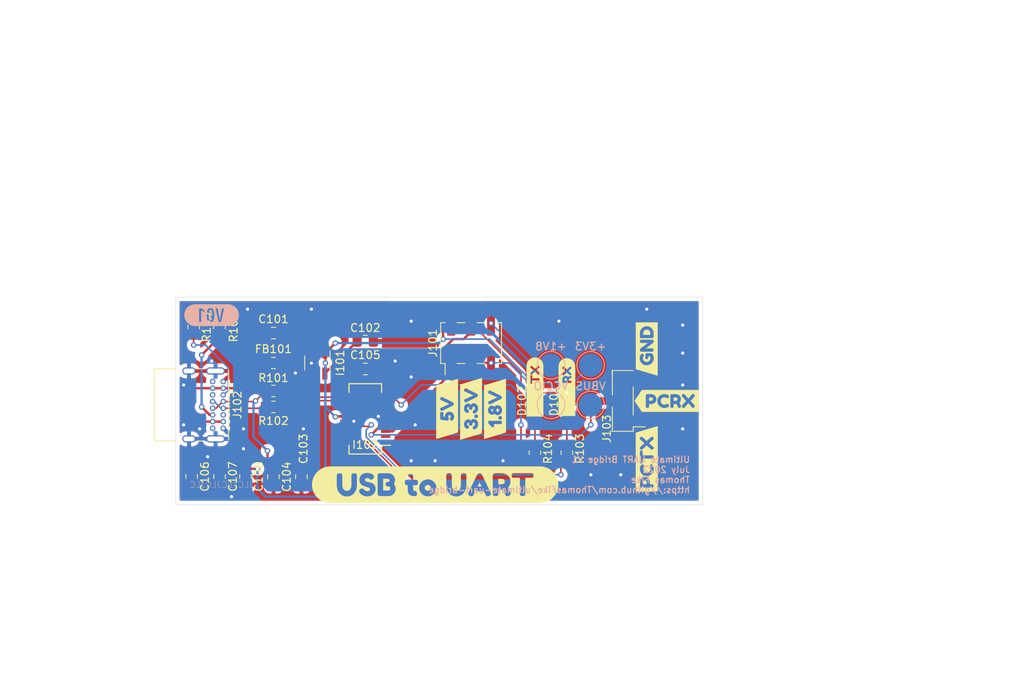
<source format=kicad_pcb>
(kicad_pcb (version 20211014) (generator pcbnew)
  (layers (0 "F.Cu" signal) (31 "B.Cu" signal) (34 "B.Paste" user) (35 "F.Paste" user) (36 "B.SilkS" user "B.Silkscreen") (37 "F.SilkS" user "F.Silkscreen") (38 "B.Mask" user) (39 "F.Mask" user) (44 "Edge.Cuts" user))
  (net 0 "")
  (net 1 "GND")
  (net 2 "VBUS")
  (net 3 "+1V8")
  (net 4 "Net-(C103-Pad1)")
  (net 5 "Net-(C104-Pad1)")
  (net 6 "+3V3")
  (net 7 "VCCIO")
  (net 8 "Net-(D101-Pad1)")
  (net 9 "Net-(D102-Pad1)")
  (net 10 "Net-(FB101-Pad2)")
  (net 12 "/PCTX")
  (net 15 "/RXLED#")
  (net 16 "/TXLED#")
  (net 21 "/PCRX")
  (net 24 "Net-(J102-PadA5)")
  (net 25 "USBD_N")
  (net 26 "USBD_P")
  (net 28 "Net-(J102-PadB5)")
  (footprint "Resistor_SMD:R_0805_2012Metric_Pad1.20x1.40mm_HandSolder" (layer "F.Cu") (at 101.854 71.374 -90)
    (fp_text reference "R105" (at 0 -1.65 90) (layer "F.SilkS"))
    (fp_text value "5.1k")
    (pad "1" smd roundrect (at -1 0 270) (size 1.2 1.4) (layers "F.Cu" "F.Paste" "F.Mask") (roundrect_rratio 0.2083333333) (net 1 "GND"))
    (pad "2" smd roundrect (at 1 0 270) (size 1.2 1.4) (layers "F.Cu" "F.Paste" "F.Mask") (roundrect_rratio 0.2083333333) (net 24 "Net-(J102-PadA5)"))
  )
  (footprint "Capacitor_SMD:C_0805_2012Metric_Pad1.18x1.45mm_HandSolder" (layer "F.Cu") (at 105.156 90.4025 -90)
    (fp_text reference "C107" (at 0 -1.68 90) (layer "F.SilkS"))
    (fp_text value "100nF")
    (pad "1" smd roundrect (at -1.0375 0 270) (size 1.175 1.45) (layers "F.Cu" "F.Paste" "F.Mask") (roundrect_rratio 0.2127659574) (net 2 "VBUS"))
    (pad "2" smd roundrect (at 1.0375 0 270) (size 1.175 1.45) (layers "F.Cu" "F.Paste" "F.Mask") (roundrect_rratio 0.2127659574) (net 1 "GND"))
  )
  (footprint "Capacitor_SMD:C_0805_2012Metric_Pad1.18x1.45mm_HandSolder" (layer "F.Cu") (at 115.57 90.424 -90)
    (fp_text reference "C103" (at -3.556 -0.254 90) (layer "F.SilkS"))
    (fp_text value "47pF")
    (pad "1" smd roundrect (at -1.0375 0 270) (size 1.175 1.45) (layers "F.Cu" "F.Paste" "F.Mask") (roundrect_rratio 0.2127659574) (net 4 "Net-(C103-Pad1)"))
    (pad "2" smd roundrect (at 1.0375 0 270) (size 1.175 1.45) (layers "F.Cu" "F.Paste" "F.Mask") (roundrect_rratio 0.2127659574) (net 1 "GND"))
  )
  (footprint "kibuzzard-62CBA429" (layer "F.Cu") (at 134.112 81.788 90)
    (fp_text reference "kibuzzard-62CBA429" hide)
    (fp_text value "G***" hide)
  )
  (footprint "Resistor_SMD:R_0805_2012Metric_Pad1.20x1.40mm_HandSolder" (layer "F.Cu") (at 145.288 87.376 -90)
    (fp_text reference "R104" (at -0.508 -1.65 90) (layer "F.SilkS"))
    (fp_text value "R")
    (pad "1" smd roundrect (at -1 0 270) (size 1.2 1.4) (layers "F.Cu" "F.Paste" "F.Mask") (roundrect_rratio 0.2083333333) (net 9 "Net-(D102-Pad1)"))
    (pad "2" smd roundrect (at 1 0 270) (size 1.2 1.4) (layers "F.Cu" "F.Paste" "F.Mask") (roundrect_rratio 0.2083333333) (net 16 "/TXLED#"))
  )
  (footprint "kibuzzard-62CBA409" (layer "F.Cu") (at 140.208 81.788 90)
    (fp_text reference "kibuzzard-62CBA409" hide)
    (fp_text value "G***" hide)
  )
  (footprint "kibuzzard-62CBA331" (layer "F.Cu") (at 145.288 78.994 90)
    (fp_text reference "kibuzzard-62CBA331" hide)
    (fp_text value "G***" hide)
  )
  (footprint "Inductor_SMD:L_0805_2012Metric_Pad1.15x1.40mm_HandSolder" (layer "F.Cu") (at 112.014 75.946 180)
    (fp_text reference "FB101" (at 0 1.778) (layer "F.SilkS"))
    (fp_text value "Ferrite_Bead_Small")
    (pad "1" smd roundrect (at -1.025 0 180) (size 1.15 1.4) (layers "F.Cu" "F.Paste" "F.Mask") (roundrect_rratio 0.2173913043) (net 2 "VBUS"))
    (pad "2" smd roundrect (at 1.025 0 180) (size 1.15 1.4) (layers "F.Cu" "F.Paste" "F.Mask") (roundrect_rratio 0.2173913043) (net 10 "Net-(FB101-Pad2)"))
  )
  (footprint "kibuzzard-62CBA130" (layer "F.Cu") (at 162.052 80.772)
    (fp_text reference "kibuzzard-62CBA130" hide)
    (fp_text value "G***" hide)
  )
  (footprint "Resistor_SMD:R_0805_2012Metric_Pad1.20x1.40mm_HandSolder" (layer "F.Cu") (at 112.014 79.502)
    (fp_text reference "R101" (at 0 -1.65) (layer "F.SilkS"))
    (fp_text value "27")
    (pad "1" smd roundrect (at -1 0) (size 1.2 1.4) (layers "F.Cu" "F.Paste" "F.Mask") (roundrect_rratio 0.2083333333) (net 5 "Net-(C104-Pad1)"))
    (pad "2" smd roundrect (at 1 0) (size 1.2 1.4) (layers "F.Cu" "F.Paste" "F.Mask") (roundrect_rratio 0.2083333333) (net 26 "USBD_P"))
  )
  (footprint "Capacitor_SMD:C_0805_2012Metric_Pad1.18x1.45mm_HandSolder" (layer "F.Cu") (at 112.014 90.424 -90)
    (fp_text reference "C104" (at 0 -1.68 90) (layer "F.SilkS"))
    (fp_text value "47pF")
    (pad "1" smd roundrect (at -1.0375 0 270) (size 1.175 1.45) (layers "F.Cu" "F.Paste" "F.Mask") (roundrect_rratio 0.2127659574) (net 5 "Net-(C104-Pad1)"))
    (pad "2" smd roundrect (at 1.0375 0 270) (size 1.175 1.45) (layers "F.Cu" "F.Paste" "F.Mask") (roundrect_rratio 0.2127659574) (net 1 "GND"))
  )
  (footprint "Capacitor_SMD:C_0805_2012Metric_Pad1.18x1.45mm_HandSolder" (layer "F.Cu") (at 123.698 73.152)
    (fp_text reference "C102" (at 0 -1.68) (layer "F.SilkS"))
    (fp_text value "1uF")
    (pad "1" smd roundrect (at -1.0375 0) (size 1.175 1.45) (layers "F.Cu" "F.Paste" "F.Mask") (roundrect_rratio 0.2127659574) (net 3 "+1V8"))
    (pad "2" smd roundrect (at 1.0375 0) (size 1.175 1.45) (layers "F.Cu" "F.Paste" "F.Mask") (roundrect_rratio 0.2127659574) (net 1 "GND"))
  )
  (footprint "Resistor_SMD:R_0805_2012Metric_Pad1.20x1.40mm_HandSolder" (layer "F.Cu") (at 149.352 87.376 -90)
    (fp_text reference "R103" (at -0.508 -1.65 90) (layer "F.SilkS"))
    (fp_text value "R")
    (pad "1" smd roundrect (at -1 0 270) (size 1.2 1.4) (layers "F.Cu" "F.Paste" "F.Mask") (roundrect_rratio 0.2083333333) (net 8 "Net-(D101-Pad1)"))
    (pad "2" smd roundrect (at 1 0 270) (size 1.2 1.4) (layers "F.Cu" "F.Paste" "F.Mask") (roundrect_rratio 0.2083333333) (net 15 "/RXLED#"))
  )
  (footprint "Capacitor_SMD:C_0805_2012Metric_Pad1.18x1.45mm_HandSolder" (layer "F.Cu") (at 112.014 72.136 180)
    (fp_text reference "C101" (at 0 1.778) (layer "F.SilkS"))
    (fp_text value "1uF")
    (pad "1" smd roundrect (at -1.0375 0 180) (size 1.175 1.45) (layers "F.Cu" "F.Paste" "F.Mask") (roundrect_rratio 0.2127659574) (net 2 "VBUS"))
    (pad "2" smd roundrect (at 1.0375 0 180) (size 1.175 1.45) (layers "F.Cu" "F.Paste" "F.Mask") (roundrect_rratio 0.2127659574) (net 1 "GND"))
  )
  (footprint "kibuzzard-62CBA051" (layer "F.Cu") (at 159.512 74.168 90)
    (fp_text reference "kibuzzard-62CBA051" hide)
    (fp_text value "G***" hide)
  )
  (footprint "LED_SMD:LED_0805_2012Metric_Pad1.15x1.40mm_HandSolder" (layer "F.Cu") (at 145.288 80.772 90)
    (fp_text reference "D102" (at 0 -1.65 90) (layer "F.SilkS"))
    (fp_text value "LED")
    (pad "1" smd roundrect (at -1.025 0 90) (size 1.15 1.4) (layers "F.Cu" "F.Paste" "F.Mask") (roundrect_rratio 0.2173913043) (net 9 "Net-(D102-Pad1)"))
    (pad "2" smd roundrect (at 1.025 0 90) (size 1.15 1.4) (layers "F.Cu" "F.Paste" "F.Mask") (roundrect_rratio 0.2173913043) (net 6 "+3V3"))
  )
  (footprint "Resistor_SMD:R_0805_2012Metric_Pad1.20x1.40mm_HandSolder" (layer "F.Cu") (at 112.014 81.534)
    (fp_text reference "R102" (at 0 1.778) (layer "F.SilkS"))
    (fp_text value "27")
    (pad "1" smd roundrect (at -1 0) (size 1.2 1.4) (layers "F.Cu" "F.Paste" "F.Mask") (roundrect_rratio 0.2083333333) (net 4 "Net-(C103-Pad1)"))
    (pad "2" smd roundrect (at 1 0) (size 1.2 1.4) (layers "F.Cu" "F.Paste" "F.Mask") (roundrect_rratio 0.2083333333) (net 25 "USBD_N"))
  )
  (footprint "Capacitor_SMD:C_0805_2012Metric_Pad1.18x1.45mm_HandSolder" (layer "F.Cu") (at 123.698 76.708 180)
    (fp_text reference "C105" (at 0 1.778) (layer "F.SilkS"))
    (fp_text value "100nF")
    (pad "1" smd roundrect (at -1.0375 0 180) (size 1.175 1.45) (layers "F.Cu" "F.Paste" "F.Mask") (roundrect_rratio 0.2127659574) (net 1 "GND"))
    (pad "2" smd roundrect (at 1.0375 0 180) (size 1.175 1.45) (layers "F.Cu" "F.Paste" "F.Mask") (roundrect_rratio 0.2127659574) (net 6 "+3V3"))
  )
  (footprint "kibuzzard-62CBA316" (layer "F.Cu") (at 149.352 78.994 90)
    (fp_text reference "kibuzzard-62CBA316" hide)
    (fp_text value "G***" hide)
  )
  (footprint "kibuzzard-62CBA40F" (layer "F.Cu") (at 137.16 81.788 90)
    (fp_text reference "kibuzzard-62CBA40F" hide)
    (fp_text value "G***" hide)
  )
  (footprint "Connector_PinHeader_2.54mm:PinHeader_2x03_P2.54mm_Vertical_SMD" (layer "F.Cu") (at 137.16 73.406 90)
    (fp_text reference "J101" (at 0 -4.87 90) (layer "F.SilkS"))
    (fp_text value "Conn_02x03_Row_Letter_First")
    (pad "1" smd rect (at -2.525 -2.54 90) (size 3.15 1) (layers "F.Cu" "F.Paste" "F.Mask") (net 7 "VCCIO"))
    (pad "2" smd rect (at 2.525 -2.54 90) (size 3.15 1) (layers "F.Cu" "F.Paste" "F.Mask") (net 2 "VBUS"))
    (pad "3" smd rect (at -2.525 0 90) (size 3.15 1) (layers "F.Cu" "F.Paste" "F.Mask") (net 7 "VCCIO"))
    (pad "4" smd rect (at 2.525 0 90) (size 3.15 1) (layers "F.Cu" "F.Paste" "F.Mask") (net 6 "+3V3"))
    (pad "5" smd rect (at -2.525 2.54 90) (size 3.15 1) (layers "F.Cu" "F.Paste" "F.Mask") (net 7 "VCCIO"))
    (pad "6" smd rect (at 2.525 2.54 90) (size 3.15 1) (layers "F.Cu" "F.Paste" "F.Mask") (net 3 "+1V8"))
  )
  (footprint "LED_SMD:LED_0805_2012Metric_Pad1.15x1.40mm_HandSolder" (layer "F.Cu") (at 149.352 80.772 90)
    (fp_text reference "D101" (at 0 -1.65 90) (layer "F.SilkS"))
    (fp_text value "LED")
    (pad "1" smd roundrect (at -1.025 0 90) (size 1.15 1.4) (layers "F.Cu" "F.Paste" "F.Mask") (roundrect_rratio 0.2173913043) (net 8 "Net-(D101-Pad1)"))
    (pad "2" smd roundrect (at 1.025 0 90) (size 1.15 1.4) (layers "F.Cu" "F.Paste" "F.Mask") (roundrect_rratio 0.2173913043) (net 6 "+3V3"))
  )
  (footprint "Package_TO_SOT_SMD:SOT-23-5_HandSoldering" (layer "F.Cu") (at 117.602 75.946 -90)
    (fp_text reference "I101" (at 0 -2.9 90) (layer "F.SilkS"))
    (fp_text value "MIC5317-1.8YM5-TR")
    (pad "1" smd rect (at -1.35 -0.95 270) (size 1.56 0.65) (layers "F.Cu" "F.Paste" "F.Mask") (net 2 "VBUS"))
    (pad "2" smd rect (at -1.35 0 270) (size 1.56 0.65) (layers "F.Cu" "F.Paste" "F.Mask") (net 1 "GND"))
    (pad "3" smd rect (at -1.35 0.95 270) (size 1.56 0.65) (layers "F.Cu" "F.Paste" "F.Mask") (net 2 "VBUS"))
    (pad "4" smd rect (at 1.35 0.95 270) (size 1.56 0.65) (layers "F.Cu" "F.Paste" "F.Mask"))
    (pad "5" smd rect (at 1.35 -0.95 270) (size 1.56 0.65) (layers "F.Cu" "F.Paste" "F.Mask") (net 3 "+1V8"))
  )
  (footprint "kibuzzard-62CBA9F2" (layer "F.Cu") (at 132.588 91.44)
    (fp_text reference "kibuzzard-62CBA9F2" hide)
    (fp_text value "G***" hide)
  )
  (footprint "Capacitor_SMD:C_0805_2012Metric_Pad1.18x1.45mm_HandSolder" (layer "F.Cu") (at 101.6 90.4025 -90)
    (fp_text reference "C106" (at 0 -1.68 90) (layer "F.SilkS"))
    (fp_text value "10nF")
    (pad "1" smd roundrect (at -1.0375 0 270) (size 1.175 1.45) (layers "F.Cu" "F.Paste" "F.Mask") (roundrect_rratio 0.2127659574) (net 2 "VBUS"))
    (pad "2" smd roundrect (at 1.0375 0 270) (size 1.175 1.45) (layers "F.Cu" "F.Paste" "F.Mask") (roundrect_rratio 0.2127659574) (net 1 "GND"))
  )
  (footprint "Connector_PinHeader_2.54mm:PinHeader_1x03_P2.54mm_Vertical_SMD_Pin1Left" (layer "F.Cu") (at 156.464 80.772 180)
    (fp_text reference "J103" (at 2.032 -3.556 270) (layer "F.SilkS"))
    (fp_text value "Conn_01x03")
    (pad "1" smd rect (at -1.655 -2.54 180) (size 2.51 1) (layers "F.Cu" "F.Paste" "F.Mask") (net 12 "/PCTX"))
    (pad "2" smd rect (at 1.655 0 180) (size 2.51 1) (layers "F.Cu" "F.Paste" "F.Mask") (net 21 "/PCRX"))
    (pad "3" smd rect (at -1.655 2.54 180) (size 2.51 1) (layers "F.Cu" "F.Paste" "F.Mask") (net 1 "GND"))
  )
  (footprint "Connector_USB:USB_C_Receptacle_GCT_USB4085" (layer "F.Cu") (at 105.625 78.305 -90)
    (fp_text reference "J102" (at 2.975 -1.8 90) (layer "F.SilkS"))
    (fp_text value "USB_C_Receptacle_USB2.0")
    (pad "A1" thru_hole circle (at 0 0 270) (size 0.7 0.7) (drill 0.4) (layers *.Cu *.Mask) (net 1 "GND"))
    (pad "A4" thru_hole circle (at 0.85 0 270) (size 0.7 0.7) (drill 0.4) (layers *.Cu *.Mask) (net 10 "Net-(FB101-Pad2)"))
    (pad "A5" thru_hole circle (at 1.7 0 270) (size 0.7 0.7) (drill 0.4) (layers *.Cu *.Mask) (net 24 "Net-(J102-PadA5)"))
    (pad "A6" thru_hole circle (at 2.55 0 270) (size 0.7 0.7) (drill 0.4) (layers *.Cu *.Mask) (net 5 "Net-(C104-Pad1)"))
    (pad "A7" thru_hole circle (at 3.4 0 270) (size 0.7 0.7) (drill 0.4) (layers *.Cu *.Mask) (net 4 "Net-(C103-Pad1)"))
    (pad "A8" thru_hole circle (at 4.25 0 270) (size 0.7 0.7) (drill 0.4) (layers *.Cu *.Mask))
    (pad "A9" thru_hole circle (at 5.1 0 270) (size 0.7 0.7) (drill 0.4) (layers *.Cu *.Mask) (net 10 "Net-(FB101-Pad2)"))
    (pad "A12" thru_hole circle (at 5.95 0 270) (size 0.7 0.7) (drill 0.4) (layers *.Cu *.Mask) (net 1 "GND"))
    (pad "B1" thru_hole circle (at 5.95 1.35 270) (size 0.7 0.7) (drill 0.4) (layers *.Cu *.Mask) (net 1 "GND"))
    (pad "B4" thru_hole circle (at 5.1 1.35 270) (size 0.7 0.7) (drill 0.4) (layers *.Cu *.Mask) (net 10 "Net-(FB101-Pad2)"))
    (pad "B5" thru_hole circle (at 4.25 1.35 270) (size 0.7 0.7) (drill 0.4) (layers *.Cu *.Mask) (net 28 "Net-(J102-PadB5)"))
    (pad "B6" thru_hole circle (at 3.4 1.35 270) (size 0.7 0.7) (drill 0.4) (layers *.Cu *.Mask) (net 5 "Net-(C104-Pad1)"))
    (pad "B7" thru_hole circle (at 2.55 1.35 270) (size 0.7 0.7) (drill 0.4) (layers *.Cu *.Mask) (net 4 "Net-(C103-Pad1)"))
    (pad "B8" thru_hole circle (at 1.7 1.35 270) (size 0.7 0.7) (drill 0.4) (layers *.Cu *.Mask))
    (pad "B9" thru_hole circle (at 0.85 1.35 270) (size 0.7 0.7) (drill 0.4) (layers *.Cu *.Mask) (net 10 "Net-(FB101-Pad2)"))
    (pad "B12" thru_hole circle (at 0 1.35 270) (size 0.7 0.7) (drill 0.4) (layers *.Cu *.Mask) (net 1 "GND"))
    (pad "S1" thru_hole oval (at 7.3 0.98 270) (size 0.9 2.4) (drill oval 0.6 2.1) (layers *.Cu *.Mask) (net 1 "GND"))
    (pad "S1" thru_hole oval (at -1.35 4.36 270) (size 0.9 1.7) (drill oval 0.6 1.4) (layers *.Cu *.Mask) (net 1 "GND"))
    (pad "S1" thru_hole oval (at -1.35 0.98 270) (size 0.9 2.4) (drill oval 0.6 2.1) (layers *.Cu *.Mask) (net 1 "GND"))
    (pad "S1" thru_hole oval (at 7.3 4.36 270) (size 0.9 1.7) (drill oval 0.6 1.4) (layers *.Cu *.Mask) (net 1 "GND"))
  )
  (footprint "kibuzzard-62CBA0C9" (layer "F.Cu") (at 159.512 88.138 90)
    (fp_text reference "kibuzzard-62CBA0C9" hide)
    (fp_text value "G***" hide)
  )
  (footprint "Resistor_SMD:R_0805_2012Metric_Pad1.20x1.40mm_HandSolder" (layer "F.Cu") (at 105.156 71.374 90)
    (fp_text reference "R106" (at 0 1.778 90) (layer "F.SilkS"))
    (fp_text value "5.1k")
    (pad "1" smd roundrect (at -1 0 90) (size 1.2 1.4) (layers "F.Cu" "F.Paste" "F.Mask") (roundrect_rratio 0.2083333333) (net 28 "Net-(J102-PadB5)"))
    (pad "2" smd roundrect (at 1 0 90) (size 1.2 1.4) (layers "F.Cu" "F.Paste" "F.Mask") (roundrect_rratio 0.2083333333) (net 1 "GND"))
  )
  (footprint "Capacitor_SMD:C_0805_2012Metric_Pad1.18x1.45mm_HandSolder" (layer "F.Cu") (at 108.458 90.4025 -90)
    (fp_text reference "C108" (at 0 -1.68 90) (layer "F.SilkS"))
    (fp_text value "4.7uF")
    (pad "1" smd roundrect (at -1.0375 0 270) (size 1.175 1.45) (layers "F.Cu" "F.Paste" "F.Mask") (roundrect_rratio 0.2127659574) (net 2 "VBUS"))
    (pad "2" smd roundrect (at 1.0375 0 270) (size 1.175 1.45) (layers "F.Cu" "F.Paste" "F.Mask") (roundrect_rratio 0.2127659574) (net 1 "GND"))
  )
  (footprint "Package_SO:SSOP-20_3.9x8.7mm_P0.635mm" (layer "F.Cu") (at 123.698 83.058 180)
    (fp_text reference "I102" (at 0 -3.302) (layer "F.SilkS"))
    (fp_text value "FT231XS")
    (pad "1" smd rect (at -2.6 -2.8575 180) (size 1.2 0.4) (layers "F.Cu" "F.Paste" "F.Mask"))
    (pad "2" smd rect (at -2.6 -2.2225 180) (size 1.2 0.4) (layers "F.Cu" "F.Paste" "F.Mask"))
    (pad "3" smd rect (at -2.6 -1.5875 180) (size 1.2 0.4) (layers "F.Cu" "F.Paste" "F.Mask") (net 7 "VCCIO"))
    (pad "4" smd rect (at -2.6 -0.9525 180) (size 1.2 0.4) (layers "F.Cu" "F.Paste" "F.Mask") (net 21 "/PCRX"))
    (pad "5" smd rect (at -2.6 -0.3175 180) (size 1.2 0.4) (layers "F.Cu" "F.Paste" "F.Mask"))
    (pad "6" smd rect (at -2.6 0.3175 180) (size 1.2 0.4) (layers "F.Cu" "F.Paste" "F.Mask") (net 1 "GND"))
    (pad "7" smd rect (at -2.6 0.9525 180) (size 1.2 0.4) (layers "F.Cu" "F.Paste" "F.Mask"))
    (pad "8" smd rect (at -2.6 1.5875 180) (size 1.2 0.4) (layers "F.Cu" "F.Paste" "F.Mask"))
    (pad "9" smd rect (at -2.6 2.2225 180) (size 1.2 0.4) (layers "F.Cu" "F.Paste" "F.Mask"))
    (pad "10" smd rect (at -2.6 2.8575 180) (size 1.2 0.4) (layers "F.Cu" "F.Paste" "F.Mask") (net 16 "/TXLED#"))
    (pad "11" smd rect (at 2.6 2.8575 180) (size 1.2 0.4) (layers "F.Cu" "F.Paste" "F.Mask") (net 26 "USBD_P"))
    (pad "12" smd rect (at 2.6 2.2225 180) (size 1.2 0.4) (layers "F.Cu" "F.Paste" "F.Mask") (net 25 "USBD_N"))
    (pad "13" smd rect (at 2.6 1.5875 180) (size 1.2 0.4) (layers "F.Cu" "F.Paste" "F.Mask") (net 6 "+3V3"))
    (pad "14" smd rect (at 2.6 0.9525 180) (size 1.2 0.4) (layers "F.Cu" "F.Paste" "F.Mask") (net 7 "VCCIO"))
    (pad "15" smd rect (at 2.6 0.3175 180) (size 1.2 0.4) (layers "F.Cu" "F.Paste" "F.Mask") (net 2 "VBUS"))
    (pad "16" smd rect (at 2.6 -0.3175 180) (size 1.2 0.4) (layers "F.Cu" "F.Paste" "F.Mask") (net 1 "GND"))
    (pad "17" smd rect (at 2.6 -0.9525 180) (size 1.2 0.4) (layers "F.Cu" "F.Paste" "F.Mask") (net 15 "/RXLED#"))
    (pad "18" smd rect (at 2.6 -1.5875 180) (size 1.2 0.4) (layers "F.Cu" "F.Paste" "F.Mask"))
    (pad "19" smd rect (at 2.6 -2.2225 180) (size 1.2 0.4) (layers "F.Cu" "F.Paste" "F.Mask"))
    (pad "20" smd rect (at 2.6 -2.8575 180) (size 1.2 0.4) (layers "F.Cu" "F.Paste" "F.Mask") (net 12 "/PCTX"))
  )
  (footprint "kibuzzard-62D45EE7" (layer "B.Cu") (at 104.14 69.85 180)
    (fp_text reference "kibuzzard-62D45EE7" hide)
    (fp_text value "G***" hide)
  )
  (footprint "TestPoint:TestPoint_Pad_D3.0mm" (layer "B.Cu") (at 147.32 76.23 180)
    (fp_text reference "+1V8" (at 0 2.398) (layer "B.SilkS") (effects (justify mirror)))
    (fp_text value "TestPoint")
    (pad "1" smd circle (at 0 0 180) (size 3 3) (layers "B.Cu" "B.Mask") (net 3 "+1V8"))
  )
  (footprint "TestPoint:TestPoint_Pad_D3.0mm" (layer "B.Cu") (at 152.37 81.28 180)
    (fp_text reference "VBUS" (at 0 2.398) (layer "B.SilkS") (effects (justify mirror)))
    (fp_text value "TestPoint")
    (pad "1" smd circle (at 0 0 180) (size 3 3) (layers "B.Cu" "B.Mask") (net 2 "VBUS"))
  )
  (footprint "TestPoint:TestPoint_Pad_D3.0mm" (layer "B.Cu") (at 152.37 76.23 180)
    (fp_text reference "+3V3" (at 0 2.398) (layer "B.SilkS") (effects (justify mirror)))
    (fp_text value "TestPoint")
    (pad "1" smd circle (at 0 0 180) (size 3 3) (layers "B.Cu" "B.Mask") (net 6 "+3V3"))
  )
  (footprint "TestPoint:TestPoint_Pad_D3.0mm" (layer "B.Cu") (at 147.32 81.28 180)
    (fp_text reference "VCCIO" (at 0 2.398) (layer "B.SilkS") (effects (justify mirror)))
    (fp_text value "TestPoint")
    (pad "1" smd circle (at 0 0 180) (size 3 3) (layers "B.Cu" "B.Mask") (net 7 "VCCIO"))
  )
  (gr_rect (start 99.568 93.98) (end 166.624 67.564) (layer "Edge.Cuts") (width 0.05) (fill none))
  (gr_text "Ultimate UART Bridge V1\nJuly 2022\nThomas Fike\nhttps://github.com/ThomasFike/ultimate-uart-bridge" (at 165.1 90.17) (layer "B.SilkS") (effects (font (size 0.8 0.8)) (justify left mirror)))
  (gr_text "JLCJLCJLCJLC" (at 105.41 91.44) (layer "B.SilkS") (effects (font (size 0.8 0.8) (thickness 0.05)) (justify mirror)))
  (segment (start 117.602 75.204498) (end 117.602 74.596) (width 0.2) (layer "F.Cu") (net 1))
  (segment (start 125.362252 82.7405) (end 126.298 82.7405) (width 0.2) (layer "F.Cu") (net 1))
  (segment (start 116.84 75.966498) (end 117.602 75.204498) (width 0.2) (layer "F.Cu") (net 1))
  (segment (start 122.247502 83.361) (end 121.1125 83.361) (width 0.2) (layer "F.Cu") (net 1))
  (segment (start 121.1125 83.361) (end 121.098 83.3755) (width 0.2) (layer "F.Cu") (net 1))
  (via (at 129.54 77.724) (size 0.7) (drill 0.4) (layers "F.Cu" "B.Cu") (net 1))
  (via (at 115.824 84.328) (size 0.7) (drill 0.4) (layers "F.Cu" "B.Cu") (net 1))
  (via (at 122.247502 83.361) (size 0.7) (drill 0.4) (layers "F.Cu" "B.Cu") (net 1))
  (via (at 100.584 83.82) (size 0.7) (drill 0.4) (layers "F.Cu" "B.Cu") (net 1))
  (via (at 102.616 84.328) (size 0.7) (drill 0.4) (layers "F.Cu" "B.Cu") (net 1))
  (via (at 125.362252 82.7405) (size 0.7) (drill 0.4) (layers "F.Cu" "B.Cu") (net 1))
  (via (at 164.084 78.74) (size 0.7) (drill 0.4) (layers "F.Cu" "B.Cu") (net 1))
  (via (at 116.84 69.088) (size 0.7) (drill 0.4) (layers "F.Cu" "B.Cu") (net 1))
  (via (at 100.584 78.74) (size 0.7) (drill 0.4) (layers "F.Cu" "B.Cu") (net 1))
  (via (at 156.21 90.17) (size 0.7) (drill 0.4) (layers "F.Cu" "B.Cu") (net 1))
  (via (at 152.4 90.17) (size 0.7) (drill 0.4) (layers "F.Cu" "B.Cu") (net 1))
  (via (at 127.508 75.692) (size 0.7) (drill 0.4) (layers "F.Cu" "B.Cu") (net 1))
  (via (at 164.084 71.12) (size 0.7) (drill 0.4) (layers "F.Cu" "B.Cu") (net 1))
  (via (at 108.712 69.088) (size 0.7) (drill 0.4) (layers "F.Cu" "B.Cu") (net 1))
  (via (at 141.224 88.392) (size 0.7) (drill 0.4) (layers "F.Cu" "B.Cu") (net 1))
  (via (at 108.204 84.328) (size 0.7) (drill 0.4) (layers "F.Cu" "B.Cu") (net 1))
  (via (at 159.512 69.088) (size 0.7) (drill 0.4) (layers "F.Cu" "B.Cu") (net 1))
  (via (at 130.048 83.82) (size 0.7) (drill 0.4) (layers "F.Cu" "B.Cu") (net 1))
  (via (at 148.336 70.612) (size 0.7) (drill 0.4) (layers "F.Cu" "B.Cu") (net 1))
  (via (at 104.14 75.692) (size 0.7) (drill 0.4) (layers "F.Cu" "B.Cu") (net 1))
  (via (at 103.632 87.884) (size 0.7) (drill 0.4) (layers "F.Cu" "B.Cu") (net 1))
  (via (at 108.204 86.868) (size 0.7) (drill 0.4) (layers "F.Cu" "B.Cu") (net 1))
  (via (at 164.084 74.676) (size 0.7) (drill 0.4) (layers "F.Cu" "B.Cu") (net 1))
  (via (at 129.54 70.612) (size 0.7) (drill 0.4) (layers "F.Cu" "B.Cu") (net 1))
  (via (at 116.84 75.966498) (size 0.7) (drill 0.4) (layers "F.Cu" "B.Cu") (net 1))
  (via (at 164.084 84.328) (size 0.7) (drill 0.4) (layers "F.Cu" "B.Cu") (net 1))
  (via (at 114.808 77.216) (size 0.7) (drill 0.4) (layers "F.Cu" "B.Cu") (net 1))
  (via (at 106.68 92.964) (size 0.7) (drill 0.4) (layers "F.Cu" "B.Cu") (net 1))
  (via (at 132.588 88.392) (size 0.7) (drill 0.4) (layers "F.Cu" "B.Cu") (net 1))
  (via (at 129.54 88.392) (size 0.7) (drill 0.4) (layers "F.Cu" "B.Cu") (net 1))
  (segment (start 113.039 75.946) (end 113.039 72.1485) (width 0.3) (layer "F.Cu") (net 2))
  (segment (start 119.9515 82.7405) (end 119.888 82.804) (width 0.3) (layer "F.Cu") (net 2))
  (segment (start 121.098 82.7405) (end 119.9515 82.7405) (width 0.3) (layer "F.Cu") (net 2))
  (segment (start 113.039 72.1485) (end 113.0515 72.136) (width 0.3) (layer "F.Cu") (net 2))
  (segment (start 115.5115 74.596) (end 116.652 74.596) (width 0.3) (layer "F.Cu") (net 2))
  (segment (start 118.618 74.662) (end 118.552 74.596) (width 0.3) (layer "F.Cu") (net 2))
  (segment (start 118.552 73.34) (end 118.552 74.596) (width 0.3) (layer "F.Cu") (net 2))
  (segment (start 101.6 89.365) (end 108.458 89.365) (width 0.3) (layer "F.Cu") (net 2))
  (segment (start 113.0515 72.136) (end 115.5115 74.596) (width 0.3) (layer "F.Cu") (net 2))
  (segment (start 118.618 75.946) (end 118.618 74.662) (width 0.3) (layer "F.Cu") (net 2))
  (segment (start 116.652 73.516) (end 117.27 72.898) (width 0.3) (layer "F.Cu") (net 2))
  (segment (start 109.982 89.408) (end 108.501 89.408) (width 0.3) (layer "F.Cu") (net 2))
  (segment (start 133.604 72.898) (end 133.604 71.897) (width 0.3) (layer "F.Cu") (net 2))
  (segment (start 118.698 74.596) (end 119.888 73.406) (width 0.3) (layer "F.Cu") (net 2))
  (segment (start 118.11 72.898) (end 118.552 73.34) (width 0.3) (layer "F.Cu") (net 2))
  (segment (start 108.501 89.408) (end 108.458 89.365) (width 0.3) (layer "F.Cu") (net 2))
  (segment (start 117.27 72.898) (end 118.11 72.898) (width 0.3) (layer "F.Cu") (net 2))
  (segment (start 116.652 74.596) (end 116.652 73.516) (width 0.3) (layer "F.Cu") (net 2))
  (segment (start 133.604 71.897) (end 134.62 70.881) (width 0.3) (layer "F.Cu") (net 2))
  (segment (start 118.552 74.596) (end 118.698 74.596) (width 0.3) (layer "F.Cu") (net 2))
  (via (at 109.982 89.408) (size 0.7) (drill 0.4) (layers "F.Cu" "B.Cu") (net 2))
  (via (at 119.888 82.804) (size 0.7) (drill 0.4) (layers "F.Cu" "B.Cu") (net 2))
  (via (at 119.888 73.406) (size 0.7) (drill 0.4) (layers "F.Cu" "B.Cu") (net 2))
  (via (at 133.604 72.898) (size 0.7) (drill 0.4) (layers "F.Cu" "B.Cu") (net 2))
  (via (at 118.618 75.946) (size 0.7) (drill 0.4) (layers "F.Cu" "B.Cu") (net 2))
  (segment (start 109.982 91.948) (end 110.998 92.964) (width 0.3) (layer "B.Cu") (net 2))
  (segment (start 133.096 73.406) (end 133.604 72.898) (width 0.3) (layer "B.Cu") (net 2))
  (segment (start 109.982 89.408) (end 109.982 91.948) (width 0.3) (layer "B.Cu") (net 2))
  (segment (start 110.998 92.964) (end 118.618 92.964) (width 0.3) (layer "B.Cu") (net 2))
  (segment (start 118.618 92.964) (end 118.618 81.28) (width 0.3) (layer "B.Cu") (net 2))
  (segment (start 149.865585 81.28) (end 147.042742 78.457157) (width 0.2) (layer "B.Cu") (net 2))
  (segment (start 147.042742 78.457157) (end 145.062843 78.457157) (width 0.2) (layer "B.Cu") (net 2))
  (segment (start 119.888 73.406) (end 133.096 73.406) (width 0.3) (layer "B.Cu") (net 2))
  (segment (start 139.503686 72.898) (end 133.604 72.898) (width 0.2) (layer "B.Cu") (net 2))
  (segment (start 118.618 81.534) (end 118.618 81.28) (width 0.3) (layer "B.Cu") (net 2))
  (segment (start 145.062843 78.457157) (end 139.503686 72.898) (width 0.2) (layer "B.Cu") (net 2))
  (segment (start 152.37 81.28) (end 149.865585 81.28) (width 0.2) (layer "B.Cu") (net 2))
  (segment (start 119.888 82.804) (end 118.618 81.534) (width 0.3) (layer "B.Cu") (net 2))
  (segment (start 118.618 81.28) (end 118.618 75.946) (width 0.3) (layer "B.Cu") (net 2))
  (segment (start 118.552 77.2605) (end 122.6605 73.152) (width 0.3) (layer "F.Cu") (net 3))
  (segment (start 126.8565 68.956) (end 138.85 68.956) (width 0.3) (layer "F.Cu") (net 3))
  (segment (start 138.85 68.956) (end 139.7 69.806) (width 0.3) (layer "F.Cu") (net 3))
  (segment (start 118.552 77.296) (end 118.552 77.2605) (width 0.3) (layer "F.Cu") (net 3))
  (segment (start 139.7 69.806) (end 139.7 70.881) (width 0.3) (layer "F.Cu") (net 3))
  (segment (start 122.6605 73.152) (end 126.8565 68.956) (width 0.3) (layer "F.Cu") (net 3))
  (via (at 139.7 70.881) (size 0.7) (drill 0.4) (layers "F.Cu" "B.Cu") (net 3))
  (segment (start 145.049 76.23) (end 139.7 70.881) (width 0.2) (layer "B.Cu") (net 3))
  (segment (start 147.32 76.23) (end 145.049 76.23) (width 0.2) (layer "B.Cu") (net 3))
  (segment (start 105.625 81.705) (end 110.843 81.705) (width 0.2) (layer "F.Cu") (net 4))
  (segment (start 111.014 84.8305) (end 115.57 89.3865) (width 0.3) (layer "F.Cu") (net 4))
  (segment (start 110.843 81.705) (end 111.014 81.534) (width 0.2) (layer "F.Cu") (net 4))
  (segment (start 111.014 81.534) (end 111.014 84.8305) (width 0.3) (layer "F.Cu") (net 4))
  (segment (start 105.327 81.705) (end 105.625 81.705) (width 0.2) (layer "B.Cu") (net 4))
  (segment (start 104.275 80.855) (end 104.477 80.855) (width 0.2) (layer "B.Cu") (net 4))
  (segment (start 104.477 80.855) (end 105.327 81.705) (width 0.2) (layer "B.Cu") (net 4))
  (segment (start 111.252 87.122) (end 111.252 88.6245) (width 0.3) (layer "F.Cu") (net 5))
  (segment (start 109.728 80.772) (end 109.661 80.839) (width 0.3) (layer "F.Cu") (net 5))
  (segment (start 104.275 81.705) (end 104.705761 81.705) (width 0.2) (layer "F.Cu") (net 5))
  (segment (start 105.625 80.855) (end 109.661 80.855) (width 0.2) (layer "F.Cu") (net 5))
  (segment (start 105.555761 80.855) (end 105.625 80.855) (width 0.2) (layer "F.Cu") (net 5))
  (segment (start 111.252 88.6245) (end 112.014 89.3865) (width 0.3) (layer "F.Cu") (net 5))
  (segment (start 109.661 80.839) (end 109.661 80.855) (width 0.3) (layer "F.Cu") (net 5))
  (segment (start 109.661 80.855) (end 111.014 79.502) (width 0.2) (layer "F.Cu") (net 5))
  (segment (start 104.705761 81.705) (end 105.555761 80.855) (width 0.2) (layer "F.Cu") (net 5))
  (via (at 111.252 87.122) (size 0.7) (drill 0.4) (layers "F.Cu" "B.Cu") (net 5))
  (via (at 109.728 80.772) (size 0.7) (drill 0.4) (layers "F.Cu" "B.Cu") (net 5))
  (segment (start 109.474 85.344) (end 111.252 87.122) (width 0.3) (layer "B.Cu") (net 5))
  (segment (start 109.728 80.772) (end 109.474 81.026) (width 0.3) (layer "B.Cu") (net 5))
  (segment (start 109.474 81.026) (end 109.474 85.344) (width 0.3) (layer "B.Cu") (net 5))
  (segment (start 122.6605 80.808) (end 122.6605 76.708) (width 0.3) (layer "F.Cu") (net 6))
  (segment (start 124.6925 74.676) (end 133.1 74.676) (width 0.3) (layer "F.Cu") (net 6))
  (segment (start 134.878 72.898) (end 136.218 72.898) (width 0.3) (layer "F.Cu") (net 6))
  (segment (start 122.6605 76.708) (end 124.6925 74.676) (width 0.3) (layer "F.Cu") (net 6))
  (segment (start 121.998 81.4705) (end 122.6605 80.808) (width 0.3) (layer "F.Cu") (net 6))
  (segment (start 137.16 71.956) (end 137.16 70.881) (width 0.3) (layer "F.Cu") (net 6))
  (segment (start 136.218 72.898) (end 137.16 71.956) (width 0.3) (layer "F.Cu") (net 6))
  (segment (start 143.51 78.74) (end 144.517 79.747) (width 0.2) (layer "F.Cu") (net 6))
  (segment (start 121.098 81.4705) (end 121.998 81.4705) (width 0.3) (layer "F.Cu") (net 6))
  (segment (start 143.51 77.231) (end 143.51 78.74) (width 0.2) (layer "F.Cu") (net 6))
  (segment (start 133.1 74.676) (end 134.878 72.898) (width 0.3) (layer "F.Cu") (net 6))
  (segment (start 144.517 79.747) (end 149.352 79.747) (width 0.2) (layer "F.Cu") (net 6))
  (segment (start 137.16 70.881) (end 143.51 77.231) (width 0.2) (layer "F.Cu") (net 6))
  (via (at 149.352 79.747) (size 0.7) (drill 0.4) (layers "F.Cu" "B.Cu") (net 6))
  (segment (start 152.37 76.23) (end 149.352 79.248) (width 0.2) (layer "B.Cu") (net 6))
  (segment (start 149.352 79.248) (end 149.352 79.747) (width 0.2) (layer "B.Cu") (net 6))
  (segment (start 121.098 82.1055) (end 122.893 82.1055) (width 0.3) (layer "F.Cu") (net 7))
  (segment (start 122.893 82.1055) (end 129.0675 75.931) (width 0.3) (layer "F.Cu") (net 7))
  (segment (start 126.298 84.6455) (end 127.198 84.6455) (width 0.3) (layer "F.Cu") (net 7))
  (segment (start 127.198 84.6455) (end 134.62 77.2235) (width 0.3) (layer "F.Cu") (net 7))
  (segment (start 139.7 75.931) (end 134.62 75.931) (width 0.3) (layer "F.Cu") (net 7))
  (segment (start 129.0675 75.931) (end 134.62 75.931) (width 0.3) (layer "F.Cu") (net 7))
  (segment (start 134.62 77.2235) (end 134.62 75.931) (width 0.3) (layer "F.Cu") (net 7))
  (via (at 139.7 75.931) (size 0.7) (drill 0.4) (layers "F.Cu" "B.Cu") (net 7))
  (segment (start 147.32 81.28) (end 141.971 75.931) (width 0.2) (layer "B.Cu") (net 7))
  (segment (start 141.971 75.931) (end 139.7 75.931) (width 0.2) (layer "B.Cu") (net 7))
  (segment (start 149.352 81.797) (end 149.352 86.376) (width 0.2) (layer "F.Cu") (net 8))
  (segment (start 145.288 81.797) (end 145.288 86.376) (width 0.2) (layer "F.Cu") (net 9))
  (segment (start 104.275 83.405) (end 101.947 83.405) (width 0.3) (layer "F.Cu") (net 10))
  (segment (start 105.625 83.405) (end 104.275 83.405) (width 0.3) (layer "F.Cu") (net 10))
  (segment (start 101.693 79.155) (end 104.275 79.155) (width 0.3) (layer "F.Cu") (net 10))
  (segment (start 101.346 82.804) (end 101.346 79.502) (width 0.3) (layer "F.Cu") (net 10))
  (segment (start 104.275 79.155) (end 105.625 79.155) (width 0.3) (layer "F.Cu") (net 10))
  (segment (start 101.346 79.502) (end 101.693 79.155) (width 0.3) (layer "F.Cu") (net 10))
  (segment (start 101.947 83.405) (end 101.346 82.804) (width 0.3) (layer "F.Cu") (net 10))
  (segment (start 107.78 79.155) (end 110.989 75.946) (width 0.3) (layer "F.Cu") (net 10))
  (segment (start 105.625 79.155) (end 107.78 79.155) (width 0.3) (layer "F.Cu") (net 10))
  (segment (start 123.8845 85.9155) (end 129.409 91.44) (width 0.2) (layer "F.Cu") (net 12))
  (segment (start 149.86 91.44) (end 157.988 83.312) (width 0.2) (layer "F.Cu") (net 12))
  (segment (start 149.352 91.44) (end 129.54 91.44) (width 0.2) (layer "F.Cu") (net 12))
  (segment (start 120.967 85.9155) (end 123.8845 85.9155) (width 0.2) (layer "F.Cu") (net 12))
  (segment (start 149.352 91.44) (end 149.86 91.44) (width 0.2) (layer "F.Cu") (net 12))
  (segment (start 148.59 90.17) (end 148.59 89.138) (width 0.2) (layer "F.Cu") (net 15))
  (segment (start 148.59 89.138) (end 149.352 88.376) (width 0.2) (layer "F.Cu") (net 15))
  (segment (start 124.2695 84.0105) (end 124.46 83.82) (width 0.2) (layer "F.Cu") (net 15))
  (segment (start 121.098 84.0105) (end 124.2695 84.0105) (width 0.2) (layer "F.Cu") (net 15))
  (via (at 124.46 83.82) (size 0.7) (drill 0.4) (layers "F.Cu" "B.Cu") (net 15))
  (via (at 148.59 90.17) (size 0.7) (drill 0.4) (layers "F.Cu" "B.Cu") (net 15))
  (segment (start 123.81 84.47) (end 123.81 85.359239) (width 0.2) (layer "B.Cu") (net 15))
  (segment (start 124.46 83.82) (end 123.81 84.47) (width 0.2) (layer "B.Cu") (net 15))
  (segment (start 128.620761 90.17) (end 148.59 90.17) (width 0.2) (layer "B.Cu") (net 15))
  (segment (start 123.81 85.359239) (end 128.620761 90.17) (width 0.2) (layer "B.Cu") (net 15))
  (segment (start 127.1905 80.2005) (end 128.27 81.28) (width 0.2) (layer "F.Cu") (net 16))
  (segment (start 143.51 83.82) (end 143.51 86.598) (width 0.2) (layer "F.Cu") (net 16))
  (segment (start 126.298 80.2005) (end 127.1905 80.2005) (width 0.2) (layer "F.Cu") (net 16))
  (segment (start 143.51 86.598) (end 145.288 88.376) (width 0.2) (layer "F.Cu") (net 16))
  (via (at 143.51 83.82) (size 0.7) (drill 0.4) (layers "F.Cu" "B.Cu") (net 16))
  (via (at 128.27 81.28) (size 0.7) (drill 0.4) (layers "F.Cu" "B.Cu") (net 16))
  (segment (start 128.27 81.28) (end 130.81 78.74) (width 0.2) (layer "B.Cu") (net 16))
  (segment (start 130.81 78.74) (end 142.24 78.74) (width 0.2) (layer "B.Cu") (net 16))
  (segment (start 142.24 78.74) (end 143.51 80.01) (width 0.2) (layer "B.Cu") (net 16))
  (segment (start 143.51 80.01) (end 143.51 83.82) (width 0.2) (layer "B.Cu") (net 16))
  (segment (start 154.555 80.518) (end 154.809 80.772) (width 0.3) (layer "F.Cu") (net 21))
  (segment (start 152.4 83.82) (end 152.4 81.28) (width 0.2) (layer "F.Cu") (net 21))
  (segment (start 126.298 84.0105) (end 125.5395 84.0105) (width 0.3) (layer "F.Cu") (net 21))
  (segment (start 125.5395 84.0105) (end 124.46 85.09) (width 0.3) (layer "F.Cu") (net 21))
  (segment (start 152.4 81.28) (end 153.162 80.518) (width 0.2) (layer "F.Cu") (net 21))
  (segment (start 153.162 80.518) (end 154.555 80.518) (width 0.2) (layer "F.Cu") (net 21))
  (via (at 152.4 83.82) (size 0.7) (drill 0.4) (layers "F.Cu" "B.Cu") (net 21))
  (via (at 124.46 85.09) (size 0.7) (drill 0.4) (layers "F.Cu" "B.Cu") (net 21))
  (segment (start 124.46 85.09) (end 151.13 85.09) (width 0.2) (layer "B.Cu") (net 21))
  (segment (start 151.13 85.09) (end 152.4 83.82) (width 0.2) (layer "B.Cu") (net 21))
  (segment (start 101.854 73.66) (end 101.854 72.374) (width 0.2) (layer "F.Cu") (net 24))
  (via (at 101.854 73.66) (size 0.7) (drill 0.4) (layers "F.Cu" "B.Cu") (net 24))
  (segment (start 105.694239 80.005) (end 105.625 80.005) (width 0.2) (layer "B.Cu") (net 24))
  (segment (start 106.275 79.424239) (end 105.694239 80.005) (width 0.2) (layer "B.Cu") (net 24))
  (segment (start 103.378 73.66) (end 106.275 76.557) (width 0.2) (layer "B.Cu") (net 24))
  (segment (start 106.275 76.557) (end 106.275 79.424239) (width 0.2) (layer "B.Cu") (net 24))
  (segment (start 101.854 73.66) (end 103.378 73.66) (width 0.2) (layer "B.Cu") (net 24))
  (segment (start 120.105499 80.743) (end 120.197999 80.8355) (width 0.2) (layer "F.Cu") (net 25))
  (segment (start 113.014 81.534) (end 113.804999 80.743001) (width 0.2) (layer "F.Cu") (net 25))
  (segment (start 113.804999 80.743001) (end 120.105499 80.743) (width 0.2) (layer "F.Cu") (net 25))
  (segment (start 120.197999 80.8355) (end 121.098 80.8355) (width 0.2) (layer "F.Cu") (net 25))
  (segment (start 120.105499 80.293) (end 120.197999 80.2005) (width 0.2) (layer "F.Cu") (net 26))
  (segment (start 113.014 79.502) (end 113.804999 80.292999) (width 0.2) (layer "F.Cu") (net 26))
  (segment (start 120.197999 80.2005) (end 121.098 80.2005) (width 0.2) (layer "F.Cu") (net 26))
  (segment (start 113.804999 80.292999) (end 120.105499 80.293) (width 0.2) (layer "F.Cu") (net 26))
  (segment (start 105.156 72.644) (end 105.156 72.374) (width 0.3) (layer "F.Cu") (net 28))
  (segment (start 104.275 82.555) (end 103.891 82.555) (width 0.3) (layer "F.Cu") (net 28))
  (segment (start 103.891 82.555) (end 102.87 81.534) (width 0.3) (layer "F.Cu") (net 28))
  (segment (start 102.87 74.93) (end 105.156 72.644) (width 0.3) (layer "F.Cu") (net 28))
  (via (at 102.87 74.93) (size 0.7) (drill 0.4) (layers "F.Cu" "B.Cu") (net 28))
  (via (at 102.87 81.534) (size 0.7) (drill 0.4) (layers "F.Cu" "B.Cu") (net 28))
  (segment (start 102.87 81.534) (end 102.87 74.93) (width 0.3) (layer "B.Cu") (net 28))
  (zone (net 1) (net_name "GND") (layers F&B.Cu) (connect_pads (clearance 0.508)) (min_thickness 0.254) (fill yes (thermal_gap 0.508) (thermal_bridge_width 0.508))
    (polygon (pts (xy 201.676 115.57) (xy 78.994 107.442) (xy 77.216 30.988) (xy 77.724 31.242) (xy 207.518 29.718)))
  )
)
</source>
